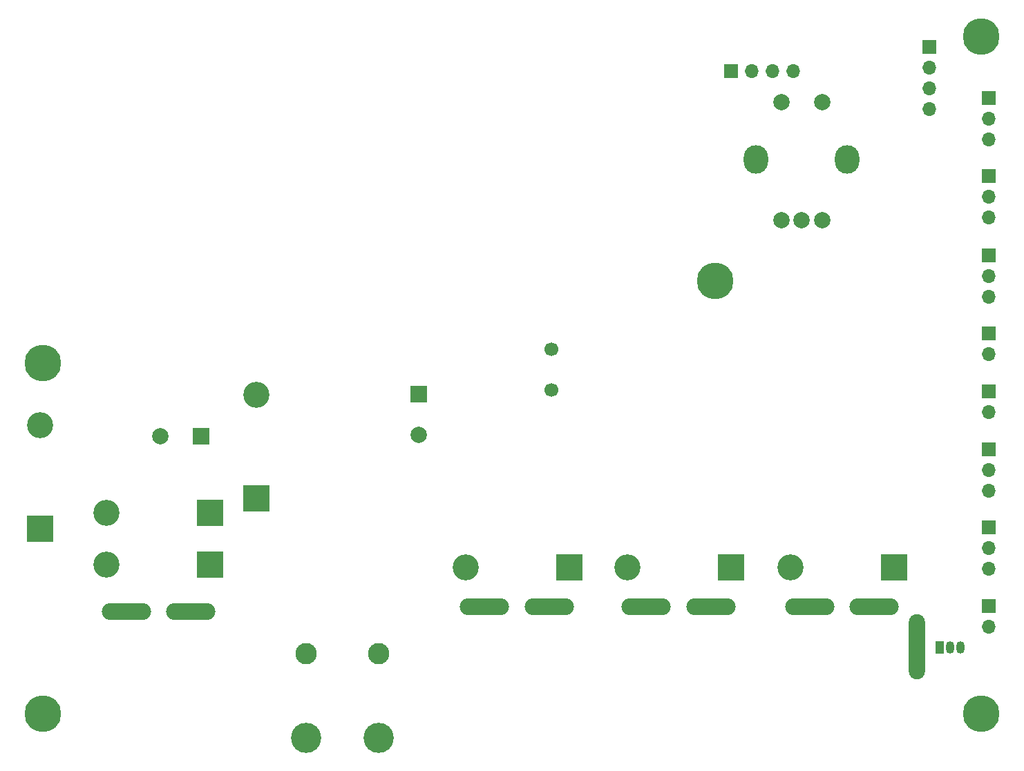
<source format=gbs>
%TF.GenerationSoftware,KiCad,Pcbnew,6.0.4-6f826c9f35~116~ubuntu20.04.1*%
%TF.CreationDate,2022-04-23T21:57:52-06:00*%
%TF.ProjectId,hvac-v2,68766163-2d76-4322-9e6b-696361645f70,rev?*%
%TF.SameCoordinates,Original*%
%TF.FileFunction,Soldermask,Bot*%
%TF.FilePolarity,Negative*%
%FSLAX46Y46*%
G04 Gerber Fmt 4.6, Leading zero omitted, Abs format (unit mm)*
G04 Created by KiCad (PCBNEW 6.0.4-6f826c9f35~116~ubuntu20.04.1) date 2022-04-23 21:57:52*
%MOMM*%
%LPD*%
G01*
G04 APERTURE LIST*
%ADD10R,1.700000X1.700000*%
%ADD11O,1.700000X1.700000*%
%ADD12C,1.700000*%
%ADD13R,2.000000X2.000000*%
%ADD14C,2.000000*%
%ADD15R,3.200000X3.200000*%
%ADD16O,3.200000X3.200000*%
%ADD17C,2.625000*%
%ADD18C,3.706000*%
%ADD19C,4.500000*%
%ADD20O,6.030000X2.070000*%
%ADD21O,3.000000X3.500000*%
%ADD22R,1.050000X1.500000*%
%ADD23O,1.050000X1.500000*%
%ADD24O,2.000000X8.000000*%
G04 APERTURE END LIST*
D10*
%TO.C,J2*%
X143600000Y-65200000D03*
D11*
X143600000Y-67740000D03*
X143600000Y-70280000D03*
X143600000Y-72820000D03*
%TD*%
D10*
%TO.C,J14*%
X119300000Y-68200000D03*
D11*
X121840000Y-68200000D03*
X124380000Y-68200000D03*
X126920000Y-68200000D03*
%TD*%
D12*
%TO.C,BZ1*%
X97300000Y-102300000D03*
X97300000Y-107300000D03*
%TD*%
D13*
%TO.C,C19*%
X54400000Y-113000000D03*
D14*
X49400000Y-113000000D03*
%TD*%
D13*
%TO.C,C39*%
X81100000Y-107800000D03*
D14*
X81100000Y-112800000D03*
%TD*%
D15*
%TO.C,D8*%
X55500000Y-122400000D03*
D16*
X42800000Y-122400000D03*
%TD*%
D15*
%TO.C,D9*%
X55500000Y-128700000D03*
D16*
X42800000Y-128700000D03*
%TD*%
D15*
%TO.C,D16*%
X61200000Y-120600000D03*
D16*
X61200000Y-107900000D03*
%TD*%
D15*
%TO.C,D17*%
X119300000Y-129100000D03*
D16*
X106600000Y-129100000D03*
%TD*%
D15*
%TO.C,D18*%
X139300000Y-129100000D03*
D16*
X126600000Y-129100000D03*
%TD*%
D17*
%TO.C,F1*%
X67250000Y-139650000D03*
D18*
X67250000Y-149950000D03*
X76150000Y-149950000D03*
D17*
X76150000Y-139650000D03*
%TD*%
D19*
%TO.C,H1*%
X35000000Y-147000000D03*
%TD*%
%TO.C,H2*%
X150000000Y-64000000D03*
%TD*%
%TO.C,H3*%
X150000000Y-147000000D03*
%TD*%
%TO.C,H4*%
X35000000Y-104000000D03*
%TD*%
D10*
%TO.C,J3*%
X150900000Y-133800000D03*
D11*
X150900000Y-136340000D03*
%TD*%
D20*
%TO.C,J4*%
X53150000Y-134500000D03*
X45250000Y-134500000D03*
%TD*%
D10*
%TO.C,J5*%
X150900000Y-114600000D03*
D11*
X150900000Y-117140000D03*
X150900000Y-119680000D03*
%TD*%
D10*
%TO.C,J6*%
X150900000Y-124200000D03*
D11*
X150900000Y-126740000D03*
X150900000Y-129280000D03*
%TD*%
D20*
%TO.C,J7*%
X116850000Y-133900000D03*
X108950000Y-133900000D03*
%TD*%
%TO.C,J8*%
X136850000Y-133900000D03*
X128950000Y-133900000D03*
%TD*%
D10*
%TO.C,J9*%
X150900000Y-100400000D03*
D11*
X150900000Y-102940000D03*
%TD*%
D10*
%TO.C,J10*%
X150900000Y-107500000D03*
D11*
X150900000Y-110040000D03*
%TD*%
D10*
%TO.C,J12*%
X150900000Y-81100000D03*
D11*
X150900000Y-83640000D03*
X150900000Y-86180000D03*
%TD*%
D10*
%TO.C,J13*%
X150900000Y-90800000D03*
D11*
X150900000Y-93340000D03*
X150900000Y-95880000D03*
%TD*%
D14*
%TO.C,SW2*%
X125500000Y-86500000D03*
X130500000Y-86500000D03*
X128000000Y-86500000D03*
X125500000Y-72000000D03*
X130500000Y-72000000D03*
D21*
X133600000Y-79000000D03*
X122400000Y-79000000D03*
%TD*%
D22*
%TO.C,U5*%
X144900000Y-138900000D03*
D23*
X146170000Y-138900000D03*
X147440000Y-138900000D03*
%TD*%
D20*
%TO.C,J1*%
X97050000Y-133900000D03*
X89150000Y-133900000D03*
%TD*%
D15*
%TO.C,D3*%
X99500000Y-129100000D03*
D16*
X86800000Y-129100000D03*
%TD*%
D10*
%TO.C,J11*%
X150900000Y-71500000D03*
D11*
X150900000Y-74040000D03*
X150900000Y-76580000D03*
%TD*%
D19*
%TO.C,H5*%
X117400000Y-93900000D03*
%TD*%
D24*
%TO.C,H6*%
X142100000Y-138800000D03*
%TD*%
D15*
%TO.C,D25*%
X34700000Y-124350000D03*
D16*
X34700000Y-111650000D03*
%TD*%
M02*

</source>
